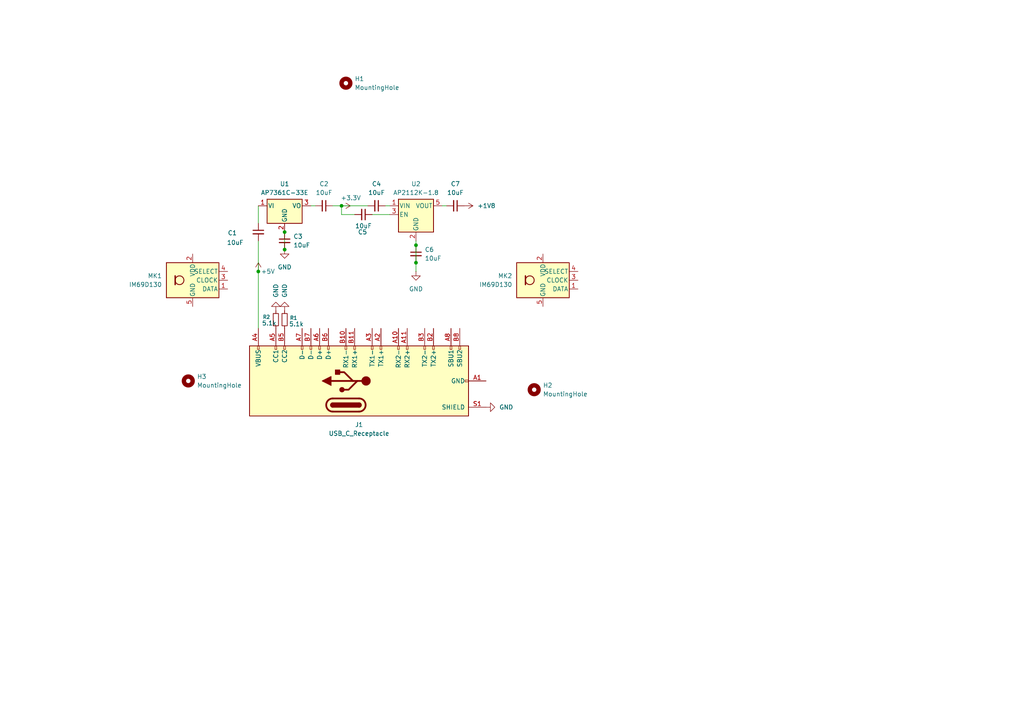
<source format=kicad_sch>
(kicad_sch (version 20250114) (generator "eeschema") (generator_version "9.0")
  (paper "A4")
  (lib_symbols
    (symbol "Connector:USB_C_Receptacle" (pin_names (offset 1.016))
      (property "Reference" "J" (at -10.16 29.21 0))
      (property "Value" "USB_C_Receptacle" (at 10.16 29.21 0))
      (symbol "USB_C_Receptacle_0_0"
        (rectangle (start -0.254 -35.56) (end 0.254 -34.544))
        (rectangle (start 10.16 25.654) (end 9.144 25.146))
        (rectangle (start 10.16 20.574) (end 9.144 20.066))
        (rectangle (start 10.16 18.034) (end 9.144 17.526))
        (rectangle (start 10.16 12.954) (end 9.144 12.446))
        (rectangle (start 10.16 10.414) (end 9.144 9.906))
        (rectangle (start 10.16 7.874) (end 9.144 7.366))
        (rectangle (start 10.16 5.334) (end 9.144 4.826))
        (rectangle (start 10.16 0.254) (end 9.144 -0.254))
        (rectangle (start 10.16 -2.286) (end 9.144 -2.794))
        (rectangle (start 10.16 -7.366) (end 9.144 -7.874))
        (rectangle (start 10.16 -9.906) (end 9.144 -10.414))
        (rectangle (start 10.16 -14.986) (end 9.144 -15.494))
        (rectangle (start 10.16 -17.526) (end 9.144 -18.034))
        (rectangle (start 10.16 -22.606) (end 9.144 -23.114))
        (rectangle (start 10.16 -25.146) (end 9.144 -25.654))
        (rectangle (start 10.16 -30.226) (end 9.144 -30.734))
        (rectangle (start 10.16 -32.766) (end 9.144 -33.274))
      )
      (symbol "USB_C_Receptacle_0_1"
        (rectangle (start -10.16 27.94) (end 10.16 -35.56) (stroke (width 0.254)) (fill (type background)))
        (polyline (pts (xy -8.89 -3.81) (xy -8.89 3.81)) (stroke (width 0.508)))
        (rectangle (start -7.62 -3.81) (end -6.35 3.81) (stroke (width 0.254)) (fill (type outline)))
        (arc (start -7.62 3.81) (mid -6.985 4.4423) (end -6.35 3.81) (stroke (width 0.254)))
        (arc (start -7.62 3.81) (mid -6.985 4.4423) (end -6.35 3.81) (stroke (width 0.254)) (fill (type outline)))
        (arc (start -8.89 3.81) (mid -6.985 5.7067) (end -5.08 3.81) (stroke (width 0.508)))
        (arc (start -5.08 -3.81) (mid -6.985 -5.7067) (end -8.89 -3.81) (stroke (width 0.508)))
        (arc (start -6.35 -3.81) (mid -6.985 -4.4423) (end -7.62 -3.81) (stroke (width 0.254)))
        (arc (start -6.35 -3.81) (mid -6.985 -4.4423) (end -7.62 -3.81) (stroke (width 0.254)) (fill (type outline)))
        (polyline (pts (xy -5.08 3.81) (xy -5.08 -3.81)) (stroke (width 0.508)))
      )
      (symbol "USB_C_Receptacle_1_1"
        (circle (center -2.54 1.143) (radius 0.635) (stroke (width 0.254)) (fill (type outline)))
        (polyline (pts (xy -1.27 4.318) (xy 0 6.858) (xy 1.27 4.318) (xy -1.27 4.318)) (stroke (width 0.254)) (fill (type outline)))
        (polyline (pts (xy 0 -2.032) (xy 2.54 0.508) (xy 2.54 1.778)) (stroke (width 0.508)))
        (polyline (pts (xy 0 -3.302) (xy -2.54 -0.762) (xy -2.54 0.508)) (stroke (width 0.508)))
        (polyline (pts (xy 0 -5.842) (xy 0 4.318)) (stroke (width 0.508)))
        (circle (center 0 -5.842) (radius 1.27) (fill (type outline)))
        (rectangle (start 1.905 1.778) (end 3.175 3.048) (stroke (width 0.254)) (fill (type outline)))
        (pin passive line (at -7.62 -40.64 90) (length 5.08) (name "SHIELD") (number "S1"))
        (pin passive line (at 0 -40.64 90) (length 5.08) (name "GND") (number "A1"))
        (pin passive line (at 0 -40.64 90) (length 5.08) (hide yes) (name "GND") (number "A12"))
        (pin passive line (at 0 -40.64 90) (length 5.08) (hide yes) (name "GND") (number "B1"))
        (pin passive line (at 0 -40.64 90) (length 5.08) (hide yes) (name "GND") (number "B12"))
        (pin passive line (at 15.24 25.4 180) (length 5.08) (name "VBUS") (number "A4"))
        (pin passive line (at 15.24 25.4 180) (length 5.08) (hide yes) (name "VBUS") (number "A9"))
        (pin passive line (at 15.24 25.4 180) (length 5.08) (hide yes) (name "VBUS") (number "B4"))
        (pin passive line (at 15.24 25.4 180) (length 5.08) (hide yes) (name "VBUS") (number "B9"))
        (pin bidirectional line (at 15.24 20.32 180) (length 5.08) (name "CC1") (number "A5"))
        (pin bidirectional line (at 15.24 17.78 180) (length 5.08) (name "CC2") (number "B5"))
        (pin bidirectional line (at 15.24 12.7 180) (length 5.08) (name "D-") (number "A7"))
        (pin bidirectional line (at 15.24 10.16 180) (length 5.08) (name "D-") (number "B7"))
        (pin bidirectional line (at 15.24 7.62 180) (length 5.08) (name "D+") (number "A6"))
        (pin bidirectional line (at 15.24 5.08 180) (length 5.08) (name "D+") (number "B6"))
        (pin bidirectional line (at 15.24 0 180) (length 5.08) (name "RX1-") (number "B10"))
        (pin bidirectional line (at 15.24 -2.54 180) (length 5.08) (name "RX1+") (number "B11"))
        (pin bidirectional line (at 15.24 -7.62 180) (length 5.08) (name "TX1-") (number "A3"))
        (pin bidirectional line (at 15.24 -10.16 180) (length 5.08) (name "TX1+") (number "A2"))
        (pin bidirectional line (at 15.24 -15.24 180) (length 5.08) (name "RX2-") (number "A10"))
        (pin bidirectional line (at 15.24 -17.78 180) (length 5.08) (name "RX2+") (number "A11"))
        (pin bidirectional line (at 15.24 -22.86 180) (length 5.08) (name "TX2-") (number "B3"))
        (pin bidirectional line (at 15.24 -25.4 180) (length 5.08) (name "TX2+") (number "B2"))
        (pin bidirectional line (at 15.24 -30.48 180) (length 5.08) (name "SBU1") (number "A8"))
        (pin bidirectional line (at 15.24 -33.02 180) (length 5.08) (name "SBU2") (number "B8"))
      )
    )
    (symbol "Device:C_Small" (pin_numbers (hide yes)) (pin_names (offset 0.254) (hide yes))
      (property "Reference" "C" (at 0.254 1.778 0))
      (property "Value" "C_Small" (at 0.254 -2.032 0))
      (symbol "C_Small_0_1"
        (polyline (pts (xy -1.524 0.508) (xy 1.524 0.508)) (stroke (width 0.3048)))
        (polyline (pts (xy -1.524 -0.508) (xy 1.524 -0.508)) (stroke (width 0.3302)))
      )
      (symbol "C_Small_1_1"
        (pin passive line (at 0 2.54 270) (length 2.032) (name "~") (number "1"))
        (pin passive line (at 0 -2.54 90) (length 2.032) (name "~") (number "2"))
      )
    )
    (symbol "Device:R_Small" (pin_numbers (hide yes)) (pin_names (offset 0.254) (hide yes))
      (property "Reference" "R" (at 0 0 90))
      (property "Value" "R_Small" (at 1.778 0 90))
      (symbol "R_Small_0_1"
        (rectangle (start -0.762 1.778) (end 0.762 -1.778) (stroke (width 0.2032)))
      )
      (symbol "R_Small_1_1"
        (pin passive line (at 0 2.54 270) (length 0.762) (name "~") (number "1"))
        (pin passive line (at 0 -2.54 90) (length 0.762) (name "~") (number "2"))
      )
    )
    (symbol "Mechanical:MountingHole" (pin_names (offset 1.016)) (in_bom no)
      (property "Reference" "H" (at 0 5.08 0))
      (property "Value" "MountingHole" (at 0 3.175 0))
      (symbol "MountingHole_0_1"
        (circle (center 0 0) (radius 1.27) (stroke (width 1.27)))
      )
    )
    (symbol "Regulator_Linear:AP2112K-1.8" (pin_names (offset 0.254))
      (property "Reference" "U" (at -5.08 5.715 0))
      (property "Value" "AP2112K-1.8" (at 0 5.715 0))
      (symbol "AP2112K-1.8_0_1"
        (rectangle (start -5.08 4.445) (end 5.08 -5.08) (stroke (width 0.254)) (fill (type background)))
      )
      (symbol "AP2112K-1.8_1_1"
        (pin power_in line (at -7.62 2.54 0) (length 2.54) (name "VIN") (number "1"))
        (pin input line (at -7.62 0 0) (length 2.54) (name "EN") (number "3"))
        (pin power_in line (at 0 -7.62 90) (length 2.54) (name "GND") (number "2"))
        (pin no_connect line (at 5.08 0 180) (length 2.54) (hide yes) (name "NC") (number "4"))
        (pin power_out line (at 7.62 2.54 180) (length 2.54) (name "VOUT") (number "5"))
      )
    )
    (symbol "Regulator_Linear:AP7361C-33E" (pin_names (offset 0.254))
      (property "Reference" "U" (at -3.81 3.175 0))
      (property "Value" "AP7361C-33E" (at 0 3.175 0))
      (symbol "AP7361C-33E_0_1"
        (rectangle (start -5.08 -5.08) (end 5.08 1.905) (stroke (width 0.254)) (fill (type background)))
      )
      (symbol "AP7361C-33E_1_1"
        (pin power_in line (at -7.62 0 0) (length 2.54) (name "VI") (number "1"))
        (pin power_in line (at 0 -7.62 90) (length 2.54) (name "GND") (number "2"))
        (pin power_out line (at 7.62 0 180) (length 2.54) (name "VO") (number "3"))
      )
    )
    (symbol "Sensor_Audio:IM69D130" (pin_names (offset 0.254))
      (property "Reference" "MK" (at -7.62 6.35 0))
      (property "Value" "IM69D130" (at 1.27 6.35 0))
      (symbol "IM69D130_0_1"
        (rectangle (start -7.62 5.08) (end 7.62 -5.08) (stroke (width 0.254)) (fill (type background)))
        (polyline (pts (xy -5.08 1.27) (xy -5.08 -1.27)) (stroke (width 0.381)))
        (circle (center -3.81 0) (radius 1.27) (stroke (width 0.254)))
      )
      (symbol "IM69D130_1_1"
        (pin power_in line (at 0 7.62 270) (length 2.54) (name "VDD") (number "2"))
        (pin power_in line (at 0 -7.62 90) (length 2.54) (name "GND") (number "5"))
        (pin input line (at 10.16 2.54 180) (length 2.54) (name "SELECT") (number "4"))
        (pin input line (at 10.16 0 180) (length 2.54) (name "CLOCK") (number "3"))
        (pin output line (at 10.16 -2.54 180) (length 2.54) (name "DATA") (number "1"))
      )
    )
    (symbol "power:+1V8" (power) (pin_numbers (hide yes)) (pin_names (offset 0) (hide yes))
      (property "Value" "+1V8" (at 0 3.556 0))
      (symbol "+1V8_0_1"
        (polyline (pts (xy -0.762 1.27) (xy 0 2.54)))
        (polyline (pts (xy 0 2.54) (xy 0.762 1.27)))
        (polyline (pts (xy 0 0) (xy 0 2.54)))
      )
      (symbol "+1V8_1_1"
        (pin power_in line (at 0 0 90) (length 0) (name "~") (number "1"))
      )
    )
    (symbol "power:+3.3V" (power) (pin_numbers (hide yes)) (pin_names (offset 0) (hide yes))
      (property "Value" "+3.3V" (at 0 3.556 0))
      (symbol "+3.3V_0_1"
        (polyline (pts (xy -0.762 1.27) (xy 0 2.54)))
        (polyline (pts (xy 0 2.54) (xy 0.762 1.27)))
        (polyline (pts (xy 0 0) (xy 0 2.54)))
      )
      (symbol "+3.3V_1_1"
        (pin power_in line (at 0 0 90) (length 0) (name "~") (number "1"))
      )
    )
    (symbol "power:+5V" (power) (pin_numbers (hide yes)) (pin_names (offset 0) (hide yes))
      (property "Value" "+5V" (at 0 3.556 0))
      (symbol "+5V_0_1"
        (polyline (pts (xy -0.762 1.27) (xy 0 2.54)))
        (polyline (pts (xy 0 2.54) (xy 0.762 1.27)))
        (polyline (pts (xy 0 0) (xy 0 2.54)))
      )
      (symbol "+5V_1_1"
        (pin power_in line (at 0 0 90) (length 0) (name "~") (number "1"))
      )
    )
    (symbol "power:GND" (power) (pin_numbers (hide yes)) (pin_names (offset 0) (hide yes))
      (property "Value" "GND" (at 0 -3.81 0))
      (symbol "GND_0_1"
        (polyline (pts (xy 0 0) (xy 0 -1.27) (xy 1.27 -1.27) (xy 0 -2.54) (xy -1.27 -1.27) (xy 0 -1.27)))
      )
      (symbol "GND_1_1"
        (pin power_in line (at 0 0 270) (length 0) (name "~") (number "1"))
      )
    )
  )
  (junction (at 82.55 67.31))
  (junction (at 99.06 59.69))
  (junction (at 120.65 71.12))
  (junction (at 74.93 78.74))
  (junction (at 82.55 72.39))
  (junction (at 120.65 76.2))
  (wire (pts (xy 106.68 59.69) (xy 99.06 59.69)))
  (wire (pts (xy 107.95 62.23) (xy 113.03 62.23)))
  (wire (pts (xy 120.65 71.12) (xy 120.65 76.2)))
  (wire (pts (xy 99.06 62.23) (xy 102.87 62.23)))
  (wire (pts (xy 99.06 62.23) (xy 99.06 59.69)))
  (wire (pts (xy 82.55 67.31) (xy 82.55 72.39)))
  (wire (pts (xy 120.65 71.12) (xy 120.65 69.85)))
  (wire (pts (xy 129.54 59.69) (xy 128.27 59.69)))
  (wire (pts (xy 74.93 69.85) (xy 74.93 78.74)))
  (wire (pts (xy 113.03 59.69) (xy 111.76 59.69)))
  (wire (pts (xy 91.44 59.69) (xy 90.17 59.69)))
  (wire (pts (xy 74.93 59.69) (xy 74.93 64.77)))
  (wire (pts (xy 120.65 78.74) (xy 120.65 76.2)))
  (wire (pts (xy 74.93 78.74) (xy 74.93 95.25)))
  (wire (pts (xy 99.06 59.69) (xy 96.52 59.69)))
  (symbol (lib_id "Device:R_Small") (at 82.55 92.71 0) (unit 1)
    (property "Reference" "R1" (at 84.074 92.202 0) (effects (font (size 1.016 1.016)) (justify left)))
    (property "Value" "5.1k" (at 83.82 93.98 0) (effects (justify left)))
    (property "Description" "Resistor, small symbol" (effects (hide yes)))
  )
  (symbol (lib_id "Device:C_Small") (at 120.65 73.66 0) (unit 1)
    (property "Reference" "C6" (at 123.19 72.3962 0) (effects (justify left)))
    (property "Value" "10uF" (at 123.19 74.9362 0) (effects (justify left)))
    (property "Description" "Unpolarized capacitor, small symbol" (effects (hide yes)))
  )
  (symbol (lib_id "Mechanical:MountingHole") (at 100.33 24.13 0) (unit 1) (in_bom no)
    (property "Reference" "H1" (at 102.87 22.8599 0) (effects (justify left)))
    (property "Value" "MountingHole" (at 102.87 25.3999 0) (effects (justify left)))
    (property "Footprint" "MountingHole:MountingHole_2.2mm_M2" (effects (hide yes)))
    (property "Description" "Mounting Hole without connection" (effects (hide yes)))
  )
  (symbol (lib_id "Device:C_Small") (at 105.41 62.23 270) (unit 1)
    (property "Reference" "C5" (at 105.156 67.31 90))
    (property "Value" "10uF" (at 105.41 65.532 90))
    (property "Description" "Unpolarized capacitor, small symbol" (effects (hide yes)))
  )
  (symbol (lib_id "power:GND") (at 140.97 118.11 90) (unit 1)
    (property "Reference" "#PWR03" (effects (hide yes)))
    (property "Value" "GND" (at 144.78 118.1099 90) (effects (justify right)))
    (property "Description" "Power symbol creates a global label with name \"GND\" , ground" (effects (hide yes)))
  )
  (symbol (lib_id "Device:C_Small") (at 82.55 69.85 0) (unit 1)
    (property "Reference" "C3" (at 85.09 68.5862 0) (effects (justify left)))
    (property "Value" "10uF" (at 85.09 71.1262 0) (effects (justify left)))
    (property "Description" "Unpolarized capacitor, small symbol" (effects (hide yes)))
  )
  (symbol (lib_id "power:GND") (at 80.01 90.17 180) (unit 1)
    (property "Reference" "#PWR01" (effects (hide yes)))
    (property "Value" "GND" (at 80.0099 86.36 90) (effects (justify right)))
    (property "Description" "Power symbol creates a global label with name \"GND\" , ground" (effects (hide yes)))
  )
  (symbol (lib_id "Connector:USB_C_Receptacle") (at 100.33 110.49 90) (unit 1)
    (property "Reference" "J1" (at 104.14 123.19 90))
    (property "Value" "USB_C_Receptacle" (at 104.14 125.73 90))
    (property "Footprint" "Connector_USB:USB_C_Receptacle_Amphenol_12401548E4-2A" (effects (hide yes)))
    (property "Datasheet" "https://www.usb.org/sites/default/files/documents/usb_type-c.zip" (effects (hide yes)))
    (property "Description" "USB Full-Featured Type-C Receptacle connector" (effects (hide yes)))
  )
  (symbol (lib_id "power:GND") (at 120.65 78.74 0) (unit 1)
    (property "Reference" "#PWR07" (effects (hide yes)))
    (property "Value" "GND" (at 120.65 83.82 0))
    (property "Description" "Power symbol creates a global label with name \"GND\" , ground" (effects (hide yes)))
  )
  (symbol (lib_id "power:GND") (at 82.55 72.39 0) (unit 1)
    (property "Reference" "#PWR06" (effects (hide yes)))
    (property "Value" "GND" (at 82.55 77.47 0))
    (property "Description" "Power symbol creates a global label with name \"GND\" , ground" (effects (hide yes)))
  )
  (symbol (lib_id "power:+1V8") (at 134.62 59.69 270) (unit 1)
    (property "Reference" "#PWR08" (effects (hide yes)))
    (property "Value" "+1V8" (at 138.43 59.6899 90) (effects (justify left)))
    (property "Description" "Power symbol creates a global label with name \"+1V8\"" (effects (hide yes)))
  )
  (symbol (lib_id "Device:C_Small") (at 93.98 59.69 270) (unit 1)
    (property "Reference" "C2" (at 93.9736 53.34 90))
    (property "Value" "10uF" (at 93.9736 55.88 90))
    (property "Description" "Unpolarized capacitor, small symbol" (effects (hide yes)))
  )
  (symbol (lib_id "power:GND") (at 82.55 90.17 180) (unit 1)
    (property "Reference" "#PWR02" (effects (hide yes)))
    (property "Value" "GND" (at 82.5499 86.36 90) (effects (justify right)))
    (property "Description" "Power symbol creates a global label with name \"GND\" , ground" (effects (hide yes)))
  )
  (symbol (lib_id "Sensor_Audio:IM69D130") (at 157.48 81.28 0) (unit 1)
    (property "Reference" "MK2" (at 148.59 80.0099 0) (effects (justify right)))
    (property "Value" "IM69D130" (at 148.59 82.5499 0) (effects (justify right)))
    (property "Footprint" "Sensor_Audio:Infineon_PG-LLGA-5-1" (effects (hide yes)))
    (property "Datasheet" "https://www.infineon.com/dgdl/Infineon-IM69D130-DS-v01_00-EN.pdf?fileId=5546d462602a9dc801607a0e46511a2e" (effects (hide yes)))
    (property "Description" "High performance digital XENSIV MEMS microphone, -36 dBFS Sensitivity, LLGA-5" (effects (hide yes)))
  )
  (symbol (lib_id "Regulator_Linear:AP2112K-1.8") (at 120.65 62.23 0) (unit 1)
    (property "Reference" "U2" (at 120.65 53.34 0))
    (property "Value" "AP2112K-1.8" (at 120.65 55.88 0))
    (property "Footprint" "Package_TO_SOT_SMD:SOT-23-5" (effects (hide yes)))
    (property "Datasheet" "https://www.diodes.com/assets/Datasheets/AP2112.pdf" (effects (hide yes)))
    (property "Description" "600mA low dropout linear regulator, with enable pin, 2.5V-6V input voltage range, 1.8V fixed positive output, SOT-23-5" (effects (hide yes)))
  )
  (symbol (lib_id "Device:C_Small") (at 109.22 59.69 270) (unit 1)
    (property "Reference" "C4" (at 109.2136 53.34 90))
    (property "Value" "10uF" (at 109.2136 55.88 90))
    (property "Description" "Unpolarized capacitor, small symbol" (effects (hide yes)))
  )
  (symbol (lib_id "Mechanical:MountingHole") (at 154.94 113.03 0) (unit 1) (in_bom no)
    (property "Reference" "H2" (at 157.48 111.7599 0) (effects (justify left)))
    (property "Value" "MountingHole" (at 157.48 114.2999 0) (effects (justify left)))
    (property "Footprint" "MountingHole:MountingHole_2.2mm_M2" (effects (hide yes)))
    (property "Description" "Mounting Hole without connection" (effects (hide yes)))
  )
  (symbol (lib_id "Sensor_Audio:IM69D130") (at 55.88 81.28 0) (unit 1)
    (property "Reference" "MK1" (at 46.99 80.0099 0) (effects (justify right)))
    (property "Value" "IM69D130" (at 46.99 82.5499 0) (effects (justify right)))
    (property "Footprint" "Sensor_Audio:Infineon_PG-LLGA-5-1" (effects (hide yes)))
    (property "Datasheet" "https://www.infineon.com/dgdl/Infineon-IM69D130-DS-v01_00-EN.pdf?fileId=5546d462602a9dc801607a0e46511a2e" (effects (hide yes)))
    (property "Description" "High performance digital XENSIV MEMS microphone, -36 dBFS Sensitivity, LLGA-5" (effects (hide yes)))
  )
  (symbol (lib_id "Device:C_Small") (at 74.93 67.31 0) (unit 1)
    (property "Reference" "C1" (at 66.04 67.564 0) (effects (justify left)))
    (property "Value" "10uF" (at 65.786 70.358 0) (effects (justify left)))
    (property "Description" "Unpolarized capacitor, small symbol" (effects (hide yes)))
  )
  (symbol (lib_id "Device:R_Small") (at 80.01 92.71 0) (unit 1)
    (property "Reference" "R2" (at 76.2 91.948 0) (effects (font (size 1.016 1.016)) (justify left)))
    (property "Value" "5.1k" (at 75.946 93.726 0) (effects (justify left)))
    (property "Description" "Resistor, small symbol" (effects (hide yes)))
  )
  (symbol (lib_id "Device:C_Small") (at 132.08 59.69 270) (unit 1)
    (property "Reference" "C7" (at 132.0736 53.34 90))
    (property "Value" "10uF" (at 132.0736 55.88 90))
    (property "Description" "Unpolarized capacitor, small symbol" (effects (hide yes)))
  )
  (symbol (lib_id "Mechanical:MountingHole") (at 54.61 110.49 0) (unit 1) (in_bom no)
    (property "Reference" "H3" (at 57.15 109.2199 0) (effects (justify left)))
    (property "Value" "MountingHole" (at 57.15 111.7599 0) (effects (justify left)))
    (property "Footprint" "MountingHole:MountingHole_2.2mm_M2" (effects (hide yes)))
    (property "Description" "Mounting Hole without connection" (effects (hide yes)))
  )
  (symbol (lib_id "power:+5V") (at 74.93 78.74 0) (unit 1)
    (property "Reference" "#PWR04" (effects (hide yes)))
    (property "Value" "+5V" (at 77.724 78.74 0))
    (property "Description" "Power symbol creates a global label with name \"+5V\"" (effects (hide yes)))
  )
  (symbol (lib_id "Regulator_Linear:AP7361C-33E") (at 82.55 59.69 0) (unit 1)
    (property "Reference" "U1" (at 82.55 53.34 0))
    (property "Value" "AP7361C-33E" (at 82.55 55.88 0))
    (property "Footprint" "Package_TO_SOT_SMD:SOT-223-3_TabPin2" (effects (hide yes)))
    (property "Datasheet" "https://www.diodes.com/assets/Datasheets/AP7361C.pdf" (effects (hide yes)))
    (property "Description" "1A Low Dropout regulator, positive, 3.3V fixed output, SOT-223" (effects (hide yes)))
  )
  (symbol (lib_id "power:+3.3V") (at 99.06 59.69 270) (unit 1)
    (property "Reference" "#PWR05" (effects (hide yes)))
    (property "Value" "+3.3V" (at 98.806 57.404 90) (effects (justify left)))
    (property "Description" "Power symbol creates a global label with name \"+3.3V\"" (effects (hide yes)))
  )
)
</source>
